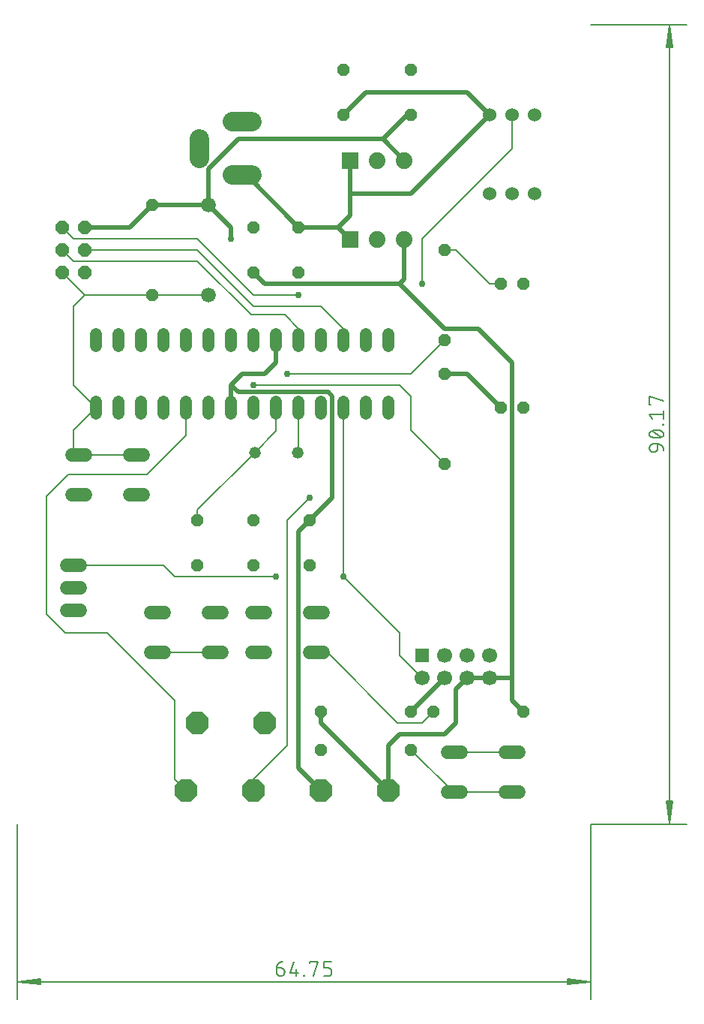
<source format=gbr>
G04 EAGLE Gerber RS-274X export*
G75*
%MOMM*%
%FSLAX34Y34*%
%LPD*%
%INTop Copper*%
%IPPOS*%
%AMOC8*
5,1,8,0,0,1.08239X$1,22.5*%
G01*
%ADD10C,0.130000*%
%ADD11C,0.152400*%
%ADD12C,1.700000*%
%ADD13R,1.600000X1.600000*%
%ADD14C,1.524000*%
%ADD15P,1.429621X8X112.500000*%
%ADD16P,1.429621X8X292.500000*%
%ADD17C,1.676400*%
%ADD18C,1.320800*%
%ADD19C,2.184400*%
%ADD20P,1.649562X8X292.500000*%
%ADD21P,1.429621X8X22.500000*%
%ADD22C,1.524000*%
%ADD23C,1.320800*%
%ADD24P,2.749271X8X22.500000*%
%ADD25R,1.890000X1.890000*%
%ADD26C,1.890000*%
%ADD27P,1.429621X8X202.500000*%
%ADD28C,0.203200*%
%ADD29C,0.756400*%
%ADD30C,0.508000*%


D10*
X-12700Y101600D02*
X-12700Y-95700D01*
X634800Y-95700D02*
X634800Y101600D01*
X634150Y-76200D02*
X-12050Y-76200D01*
X13300Y-73008D01*
X13300Y-79392D01*
X-12050Y-76200D01*
X13300Y-74900D01*
X13300Y-77500D02*
X-12050Y-76200D01*
X13300Y-73600D01*
X13300Y-78800D02*
X-12050Y-76200D01*
X608800Y-73008D02*
X634150Y-76200D01*
X608800Y-73008D02*
X608800Y-79392D01*
X634150Y-76200D01*
X608800Y-74900D01*
X608800Y-77500D02*
X634150Y-76200D01*
X608800Y-73600D01*
X608800Y-78800D02*
X634150Y-76200D01*
D11*
X285410Y-60662D02*
X279991Y-60662D01*
X285410Y-60662D02*
X285528Y-60664D01*
X285646Y-60670D01*
X285764Y-60679D01*
X285881Y-60693D01*
X285998Y-60710D01*
X286115Y-60731D01*
X286230Y-60756D01*
X286345Y-60785D01*
X286459Y-60818D01*
X286571Y-60854D01*
X286682Y-60894D01*
X286792Y-60937D01*
X286901Y-60984D01*
X287008Y-61034D01*
X287113Y-61089D01*
X287216Y-61146D01*
X287317Y-61207D01*
X287417Y-61271D01*
X287514Y-61338D01*
X287609Y-61408D01*
X287701Y-61482D01*
X287792Y-61558D01*
X287879Y-61638D01*
X287964Y-61720D01*
X288046Y-61805D01*
X288126Y-61892D01*
X288202Y-61983D01*
X288276Y-62075D01*
X288346Y-62170D01*
X288413Y-62267D01*
X288477Y-62367D01*
X288538Y-62468D01*
X288595Y-62571D01*
X288650Y-62676D01*
X288700Y-62783D01*
X288747Y-62892D01*
X288790Y-63002D01*
X288830Y-63113D01*
X288866Y-63225D01*
X288899Y-63339D01*
X288928Y-63454D01*
X288953Y-63569D01*
X288974Y-63686D01*
X288991Y-63803D01*
X289005Y-63920D01*
X289014Y-64038D01*
X289020Y-64156D01*
X289022Y-64274D01*
X289022Y-65177D01*
X289023Y-65177D02*
X289021Y-65310D01*
X289015Y-65442D01*
X289005Y-65574D01*
X288992Y-65706D01*
X288974Y-65838D01*
X288953Y-65968D01*
X288928Y-66099D01*
X288899Y-66228D01*
X288866Y-66356D01*
X288830Y-66484D01*
X288790Y-66610D01*
X288746Y-66735D01*
X288698Y-66859D01*
X288647Y-66981D01*
X288592Y-67102D01*
X288534Y-67221D01*
X288472Y-67339D01*
X288407Y-67454D01*
X288338Y-67568D01*
X288267Y-67679D01*
X288191Y-67788D01*
X288113Y-67895D01*
X288032Y-68000D01*
X287947Y-68102D01*
X287860Y-68202D01*
X287770Y-68299D01*
X287677Y-68394D01*
X287581Y-68485D01*
X287483Y-68574D01*
X287382Y-68660D01*
X287278Y-68743D01*
X287172Y-68823D01*
X287064Y-68899D01*
X286954Y-68973D01*
X286841Y-69043D01*
X286727Y-69110D01*
X286610Y-69173D01*
X286492Y-69233D01*
X286372Y-69290D01*
X286250Y-69343D01*
X286127Y-69392D01*
X286003Y-69438D01*
X285877Y-69480D01*
X285750Y-69518D01*
X285622Y-69553D01*
X285493Y-69584D01*
X285364Y-69611D01*
X285233Y-69634D01*
X285102Y-69654D01*
X284970Y-69669D01*
X284838Y-69681D01*
X284706Y-69689D01*
X284573Y-69693D01*
X284441Y-69693D01*
X284308Y-69689D01*
X284176Y-69681D01*
X284044Y-69669D01*
X283912Y-69654D01*
X283781Y-69634D01*
X283650Y-69611D01*
X283521Y-69584D01*
X283392Y-69553D01*
X283264Y-69518D01*
X283137Y-69480D01*
X283011Y-69438D01*
X282887Y-69392D01*
X282764Y-69343D01*
X282642Y-69290D01*
X282522Y-69233D01*
X282404Y-69173D01*
X282287Y-69110D01*
X282173Y-69043D01*
X282060Y-68973D01*
X281950Y-68899D01*
X281842Y-68823D01*
X281736Y-68743D01*
X281632Y-68660D01*
X281531Y-68574D01*
X281433Y-68485D01*
X281337Y-68394D01*
X281244Y-68299D01*
X281154Y-68202D01*
X281067Y-68102D01*
X280982Y-68000D01*
X280901Y-67895D01*
X280823Y-67788D01*
X280747Y-67679D01*
X280676Y-67568D01*
X280607Y-67454D01*
X280542Y-67339D01*
X280480Y-67221D01*
X280422Y-67102D01*
X280367Y-66981D01*
X280316Y-66859D01*
X280268Y-66735D01*
X280224Y-66610D01*
X280184Y-66484D01*
X280148Y-66356D01*
X280115Y-66228D01*
X280086Y-66099D01*
X280061Y-65968D01*
X280040Y-65838D01*
X280022Y-65706D01*
X280009Y-65574D01*
X279999Y-65442D01*
X279993Y-65310D01*
X279991Y-65177D01*
X279991Y-60662D01*
X279993Y-60485D01*
X280000Y-60307D01*
X280011Y-60130D01*
X280026Y-59954D01*
X280045Y-59778D01*
X280069Y-59602D01*
X280097Y-59427D01*
X280130Y-59252D01*
X280167Y-59079D01*
X280208Y-58906D01*
X280253Y-58735D01*
X280302Y-58565D01*
X280356Y-58396D01*
X280413Y-58228D01*
X280475Y-58062D01*
X280541Y-57897D01*
X280611Y-57734D01*
X280685Y-57573D01*
X280762Y-57414D01*
X280844Y-57256D01*
X280930Y-57101D01*
X281019Y-56948D01*
X281112Y-56797D01*
X281209Y-56648D01*
X281309Y-56502D01*
X281413Y-56358D01*
X281520Y-56217D01*
X281631Y-56079D01*
X281745Y-55943D01*
X281863Y-55810D01*
X281983Y-55680D01*
X282107Y-55553D01*
X282234Y-55429D01*
X282364Y-55309D01*
X282497Y-55191D01*
X282632Y-55077D01*
X282771Y-54966D01*
X282912Y-54859D01*
X283056Y-54755D01*
X283202Y-54655D01*
X283351Y-54558D01*
X283502Y-54465D01*
X283655Y-54376D01*
X283810Y-54290D01*
X283968Y-54208D01*
X284127Y-54131D01*
X284288Y-54057D01*
X284451Y-53987D01*
X284616Y-53921D01*
X284782Y-53859D01*
X284950Y-53802D01*
X285119Y-53748D01*
X285289Y-53699D01*
X285460Y-53654D01*
X285633Y-53613D01*
X285806Y-53576D01*
X285981Y-53543D01*
X286156Y-53515D01*
X286332Y-53491D01*
X286508Y-53472D01*
X286684Y-53457D01*
X286861Y-53446D01*
X287039Y-53439D01*
X287216Y-53437D01*
X299235Y-53437D02*
X295623Y-66081D01*
X304654Y-66081D01*
X301944Y-69693D02*
X301944Y-62468D01*
X310628Y-68790D02*
X310628Y-69693D01*
X310628Y-68790D02*
X311531Y-68790D01*
X311531Y-69693D01*
X310628Y-69693D01*
X317506Y-55243D02*
X317506Y-53437D01*
X326537Y-53437D01*
X322022Y-69693D01*
X333137Y-69693D02*
X338556Y-69693D01*
X338674Y-69691D01*
X338792Y-69685D01*
X338910Y-69676D01*
X339027Y-69662D01*
X339144Y-69645D01*
X339261Y-69624D01*
X339376Y-69599D01*
X339491Y-69570D01*
X339605Y-69537D01*
X339717Y-69501D01*
X339828Y-69461D01*
X339938Y-69418D01*
X340047Y-69371D01*
X340154Y-69321D01*
X340259Y-69266D01*
X340362Y-69209D01*
X340463Y-69148D01*
X340563Y-69084D01*
X340660Y-69017D01*
X340755Y-68947D01*
X340847Y-68873D01*
X340938Y-68797D01*
X341025Y-68717D01*
X341110Y-68635D01*
X341192Y-68550D01*
X341272Y-68463D01*
X341348Y-68372D01*
X341422Y-68280D01*
X341492Y-68185D01*
X341559Y-68088D01*
X341623Y-67988D01*
X341684Y-67887D01*
X341741Y-67784D01*
X341796Y-67679D01*
X341846Y-67572D01*
X341893Y-67463D01*
X341936Y-67353D01*
X341976Y-67242D01*
X342012Y-67130D01*
X342045Y-67016D01*
X342074Y-66901D01*
X342099Y-66786D01*
X342120Y-66669D01*
X342137Y-66552D01*
X342151Y-66435D01*
X342160Y-66317D01*
X342166Y-66199D01*
X342168Y-66081D01*
X342169Y-66081D02*
X342169Y-64274D01*
X342168Y-64274D02*
X342166Y-64156D01*
X342160Y-64038D01*
X342151Y-63920D01*
X342137Y-63803D01*
X342120Y-63686D01*
X342099Y-63569D01*
X342074Y-63454D01*
X342045Y-63339D01*
X342012Y-63225D01*
X341976Y-63113D01*
X341936Y-63002D01*
X341893Y-62892D01*
X341846Y-62783D01*
X341796Y-62676D01*
X341741Y-62571D01*
X341684Y-62468D01*
X341623Y-62367D01*
X341559Y-62267D01*
X341492Y-62170D01*
X341422Y-62075D01*
X341348Y-61983D01*
X341272Y-61892D01*
X341192Y-61805D01*
X341110Y-61720D01*
X341025Y-61638D01*
X340938Y-61558D01*
X340847Y-61482D01*
X340755Y-61408D01*
X340660Y-61338D01*
X340563Y-61271D01*
X340463Y-61207D01*
X340362Y-61146D01*
X340259Y-61089D01*
X340154Y-61034D01*
X340047Y-60984D01*
X339938Y-60937D01*
X339828Y-60894D01*
X339717Y-60854D01*
X339605Y-60818D01*
X339491Y-60785D01*
X339376Y-60756D01*
X339261Y-60731D01*
X339144Y-60710D01*
X339027Y-60693D01*
X338910Y-60679D01*
X338792Y-60670D01*
X338674Y-60664D01*
X338556Y-60662D01*
X333137Y-60662D01*
X333137Y-53437D01*
X342169Y-53437D01*
D10*
X634800Y101600D02*
X743200Y101576D01*
X743400Y1003276D02*
X635000Y1003300D01*
X723900Y1002630D02*
X723700Y102230D01*
X720513Y127581D01*
X726898Y127580D01*
X723700Y102230D01*
X722406Y127581D01*
X725006Y127580D02*
X723700Y102230D01*
X721106Y127581D01*
X726306Y127580D02*
X723700Y102230D01*
X720702Y977281D02*
X723900Y1002630D01*
X720702Y977281D02*
X727087Y977280D01*
X723900Y1002630D01*
X722594Y977281D01*
X725194Y977280D02*
X723900Y1002630D01*
X721294Y977281D01*
X726494Y977280D02*
X723900Y1002630D01*
D11*
X710061Y530404D02*
X710061Y524985D01*
X710059Y524867D01*
X710053Y524749D01*
X710044Y524631D01*
X710030Y524514D01*
X710013Y524397D01*
X709992Y524280D01*
X709967Y524165D01*
X709938Y524050D01*
X709905Y523936D01*
X709869Y523824D01*
X709829Y523713D01*
X709786Y523603D01*
X709739Y523494D01*
X709689Y523387D01*
X709634Y523282D01*
X709577Y523179D01*
X709516Y523078D01*
X709452Y522978D01*
X709385Y522881D01*
X709315Y522786D01*
X709241Y522694D01*
X709165Y522603D01*
X709085Y522516D01*
X709003Y522431D01*
X708918Y522349D01*
X708831Y522269D01*
X708740Y522193D01*
X708648Y522119D01*
X708553Y522049D01*
X708456Y521982D01*
X708356Y521918D01*
X708255Y521857D01*
X708152Y521800D01*
X708047Y521745D01*
X707940Y521695D01*
X707831Y521648D01*
X707721Y521605D01*
X707610Y521565D01*
X707498Y521529D01*
X707384Y521496D01*
X707269Y521467D01*
X707154Y521442D01*
X707037Y521421D01*
X706920Y521404D01*
X706803Y521390D01*
X706685Y521381D01*
X706567Y521375D01*
X706449Y521373D01*
X705546Y521373D01*
X705546Y521372D02*
X705413Y521374D01*
X705281Y521380D01*
X705149Y521390D01*
X705017Y521403D01*
X704885Y521421D01*
X704755Y521442D01*
X704624Y521467D01*
X704495Y521496D01*
X704367Y521529D01*
X704239Y521565D01*
X704113Y521605D01*
X703988Y521649D01*
X703864Y521697D01*
X703742Y521748D01*
X703621Y521803D01*
X703502Y521861D01*
X703384Y521923D01*
X703269Y521988D01*
X703155Y522057D01*
X703044Y522128D01*
X702935Y522204D01*
X702828Y522282D01*
X702723Y522363D01*
X702621Y522448D01*
X702521Y522535D01*
X702424Y522625D01*
X702329Y522718D01*
X702238Y522814D01*
X702149Y522912D01*
X702063Y523013D01*
X701980Y523117D01*
X701900Y523223D01*
X701824Y523331D01*
X701750Y523441D01*
X701680Y523554D01*
X701613Y523668D01*
X701550Y523785D01*
X701490Y523903D01*
X701433Y524023D01*
X701380Y524145D01*
X701331Y524268D01*
X701285Y524392D01*
X701243Y524518D01*
X701205Y524645D01*
X701170Y524773D01*
X701139Y524902D01*
X701112Y525031D01*
X701089Y525162D01*
X701069Y525293D01*
X701054Y525425D01*
X701042Y525557D01*
X701034Y525689D01*
X701030Y525822D01*
X701030Y525954D01*
X701034Y526087D01*
X701042Y526219D01*
X701054Y526351D01*
X701069Y526483D01*
X701089Y526614D01*
X701112Y526745D01*
X701139Y526874D01*
X701170Y527003D01*
X701205Y527131D01*
X701243Y527258D01*
X701285Y527384D01*
X701331Y527508D01*
X701380Y527631D01*
X701433Y527753D01*
X701490Y527873D01*
X701550Y527991D01*
X701613Y528108D01*
X701680Y528222D01*
X701750Y528335D01*
X701824Y528445D01*
X701900Y528553D01*
X701980Y528659D01*
X702063Y528763D01*
X702149Y528864D01*
X702238Y528962D01*
X702329Y529058D01*
X702424Y529151D01*
X702521Y529241D01*
X702621Y529328D01*
X702723Y529413D01*
X702828Y529494D01*
X702935Y529572D01*
X703044Y529648D01*
X703155Y529719D01*
X703269Y529788D01*
X703384Y529853D01*
X703502Y529915D01*
X703621Y529973D01*
X703742Y530028D01*
X703864Y530079D01*
X703988Y530127D01*
X704113Y530171D01*
X704239Y530211D01*
X704367Y530247D01*
X704495Y530280D01*
X704624Y530309D01*
X704755Y530334D01*
X704885Y530355D01*
X705017Y530373D01*
X705149Y530386D01*
X705281Y530396D01*
X705413Y530402D01*
X705546Y530404D01*
X710061Y530404D01*
X710236Y530402D01*
X710410Y530396D01*
X710584Y530385D01*
X710758Y530370D01*
X710932Y530351D01*
X711105Y530328D01*
X711277Y530301D01*
X711449Y530269D01*
X711620Y530234D01*
X711790Y530194D01*
X711959Y530150D01*
X712127Y530102D01*
X712294Y530050D01*
X712459Y529994D01*
X712623Y529934D01*
X712786Y529871D01*
X712946Y529803D01*
X713106Y529731D01*
X713263Y529656D01*
X713419Y529576D01*
X713572Y529493D01*
X713724Y529407D01*
X713873Y529316D01*
X714020Y529222D01*
X714165Y529125D01*
X714308Y529024D01*
X714448Y528920D01*
X714585Y528812D01*
X714720Y528701D01*
X714852Y528587D01*
X714981Y528470D01*
X715108Y528349D01*
X715231Y528226D01*
X715352Y528099D01*
X715469Y527970D01*
X715583Y527838D01*
X715694Y527703D01*
X715802Y527566D01*
X715906Y527426D01*
X716007Y527283D01*
X716104Y527138D01*
X716198Y526991D01*
X716289Y526842D01*
X716375Y526690D01*
X716458Y526537D01*
X716538Y526381D01*
X716613Y526224D01*
X716685Y526064D01*
X716753Y525904D01*
X716816Y525741D01*
X716876Y525577D01*
X716932Y525412D01*
X716984Y525245D01*
X717032Y525077D01*
X717076Y524908D01*
X717116Y524738D01*
X717151Y524567D01*
X717183Y524395D01*
X717210Y524223D01*
X717233Y524050D01*
X717252Y523876D01*
X717267Y523702D01*
X717278Y523528D01*
X717284Y523354D01*
X717286Y523179D01*
X709158Y537004D02*
X708838Y537008D01*
X708519Y537019D01*
X708199Y537038D01*
X707881Y537065D01*
X707563Y537099D01*
X707246Y537141D01*
X706930Y537191D01*
X706615Y537248D01*
X706302Y537312D01*
X705990Y537384D01*
X705680Y537463D01*
X705373Y537550D01*
X705067Y537644D01*
X704764Y537745D01*
X704463Y537854D01*
X704165Y537969D01*
X703869Y538092D01*
X703577Y538222D01*
X703288Y538359D01*
X703287Y538360D02*
X703179Y538399D01*
X703072Y538442D01*
X702967Y538488D01*
X702864Y538538D01*
X702762Y538592D01*
X702662Y538649D01*
X702564Y538710D01*
X702468Y538774D01*
X702375Y538841D01*
X702284Y538911D01*
X702195Y538985D01*
X702109Y539061D01*
X702026Y539141D01*
X701945Y539223D01*
X701867Y539308D01*
X701793Y539395D01*
X701721Y539486D01*
X701652Y539578D01*
X701587Y539673D01*
X701525Y539770D01*
X701466Y539869D01*
X701411Y539970D01*
X701360Y540073D01*
X701312Y540178D01*
X701267Y540284D01*
X701226Y540391D01*
X701189Y540500D01*
X701156Y540611D01*
X701127Y540722D01*
X701101Y540834D01*
X701079Y540947D01*
X701062Y541061D01*
X701048Y541175D01*
X701038Y541290D01*
X701032Y541405D01*
X701030Y541520D01*
X701029Y541520D02*
X701031Y541635D01*
X701037Y541750D01*
X701047Y541865D01*
X701061Y541979D01*
X701078Y542093D01*
X701100Y542206D01*
X701126Y542318D01*
X701155Y542430D01*
X701188Y542540D01*
X701225Y542649D01*
X701266Y542757D01*
X701311Y542863D01*
X701359Y542968D01*
X701410Y543070D01*
X701466Y543172D01*
X701524Y543271D01*
X701586Y543368D01*
X701652Y543463D01*
X701720Y543555D01*
X701792Y543645D01*
X701866Y543733D01*
X701944Y543818D01*
X702025Y543900D01*
X702108Y543979D01*
X702194Y544056D01*
X702283Y544129D01*
X702374Y544200D01*
X702468Y544267D01*
X702563Y544331D01*
X702661Y544392D01*
X702761Y544449D01*
X702863Y544502D01*
X702967Y544553D01*
X703072Y544599D01*
X703179Y544642D01*
X703287Y544681D01*
X703288Y544680D02*
X703577Y544817D01*
X703869Y544947D01*
X704165Y545070D01*
X704463Y545185D01*
X704764Y545294D01*
X705067Y545395D01*
X705373Y545489D01*
X705680Y545576D01*
X705990Y545655D01*
X706302Y545727D01*
X706615Y545791D01*
X706930Y545848D01*
X707246Y545898D01*
X707563Y545940D01*
X707881Y545974D01*
X708199Y546001D01*
X708519Y546020D01*
X708838Y546031D01*
X709158Y546035D01*
X709158Y537004D02*
X709478Y537008D01*
X709797Y537019D01*
X710117Y537038D01*
X710435Y537065D01*
X710753Y537099D01*
X711070Y537141D01*
X711386Y537191D01*
X711701Y537248D01*
X712014Y537312D01*
X712326Y537384D01*
X712636Y537463D01*
X712943Y537550D01*
X713249Y537644D01*
X713552Y537745D01*
X713853Y537854D01*
X714151Y537969D01*
X714447Y538092D01*
X714739Y538222D01*
X715028Y538359D01*
X715136Y538398D01*
X715243Y538441D01*
X715348Y538487D01*
X715452Y538538D01*
X715554Y538591D01*
X715654Y538648D01*
X715752Y538709D01*
X715847Y538773D01*
X715941Y538840D01*
X716032Y538911D01*
X716121Y538984D01*
X716207Y539061D01*
X716290Y539140D01*
X716371Y539222D01*
X716449Y539307D01*
X716523Y539395D01*
X716595Y539485D01*
X716664Y539578D01*
X716729Y539672D01*
X716791Y539769D01*
X716849Y539869D01*
X716905Y539970D01*
X716956Y540072D01*
X717004Y540177D01*
X717049Y540283D01*
X717090Y540391D01*
X717127Y540500D01*
X717160Y540610D01*
X717189Y540722D01*
X717215Y540834D01*
X717237Y540947D01*
X717254Y541061D01*
X717268Y541175D01*
X717278Y541290D01*
X717284Y541405D01*
X717286Y541520D01*
X715028Y544680D02*
X714739Y544817D01*
X714447Y544947D01*
X714151Y545070D01*
X713853Y545185D01*
X713552Y545294D01*
X713249Y545395D01*
X712943Y545489D01*
X712636Y545576D01*
X712326Y545655D01*
X712014Y545727D01*
X711701Y545791D01*
X711386Y545848D01*
X711070Y545898D01*
X710753Y545940D01*
X710435Y545974D01*
X710117Y546001D01*
X709797Y546020D01*
X709478Y546031D01*
X709158Y546035D01*
X715028Y544681D02*
X715136Y544642D01*
X715243Y544599D01*
X715348Y544553D01*
X715452Y544502D01*
X715554Y544449D01*
X715654Y544392D01*
X715752Y544331D01*
X715847Y544267D01*
X715941Y544200D01*
X716032Y544129D01*
X716121Y544056D01*
X716207Y543979D01*
X716290Y543900D01*
X716371Y543818D01*
X716449Y543733D01*
X716523Y543645D01*
X716595Y543555D01*
X716664Y543462D01*
X716729Y543368D01*
X716791Y543271D01*
X716849Y543171D01*
X716905Y543070D01*
X716956Y542967D01*
X717004Y542863D01*
X717049Y542757D01*
X717090Y542649D01*
X717127Y542540D01*
X717160Y542430D01*
X717189Y542318D01*
X717215Y542206D01*
X717237Y542093D01*
X717254Y541979D01*
X717268Y541865D01*
X717278Y541750D01*
X717284Y541635D01*
X717286Y541520D01*
X713674Y537907D02*
X704642Y545132D01*
X716383Y552010D02*
X717286Y552010D01*
X716383Y552010D02*
X716383Y552913D01*
X717286Y552913D01*
X717286Y552010D01*
X704642Y558888D02*
X701030Y563403D01*
X717286Y563403D01*
X717286Y558888D02*
X717286Y567919D01*
X702836Y574519D02*
X701030Y574519D01*
X701030Y583550D01*
X717286Y579035D01*
D12*
X444500Y266700D03*
X469900Y266700D03*
X495300Y266700D03*
X520700Y266700D03*
D13*
X444500Y292100D03*
D12*
X469900Y292100D03*
X495300Y292100D03*
X520700Y292100D03*
D14*
X64008Y517906D02*
X48768Y517906D01*
X48768Y472694D02*
X64008Y472694D01*
X113792Y517906D02*
X129032Y517906D01*
X129032Y472694D02*
X113792Y472694D01*
D15*
X254000Y393700D03*
X254000Y444500D03*
D16*
X190500Y444500D03*
X190500Y393700D03*
X317500Y444500D03*
X317500Y393700D03*
D17*
X203200Y698500D03*
X203200Y800100D03*
D14*
X152908Y340106D02*
X137668Y340106D01*
X137668Y294894D02*
X152908Y294894D01*
X202692Y340106D02*
X217932Y340106D01*
X217932Y294894D02*
X202692Y294894D01*
X251968Y340106D02*
X267208Y340106D01*
X267208Y294894D02*
X251968Y294894D01*
X316992Y340106D02*
X332232Y340106D01*
X332232Y294894D02*
X316992Y294894D01*
D18*
X76200Y564896D02*
X76200Y578104D01*
X101600Y578104D02*
X101600Y564896D01*
X127000Y564896D02*
X127000Y578104D01*
X152400Y578104D02*
X152400Y564896D01*
X177800Y564896D02*
X177800Y578104D01*
X203200Y578104D02*
X203200Y564896D01*
X228600Y564896D02*
X228600Y578104D01*
X254000Y578104D02*
X254000Y564896D01*
X279400Y564896D02*
X279400Y578104D01*
X304800Y578104D02*
X304800Y564896D01*
X330200Y564896D02*
X330200Y578104D01*
X355600Y578104D02*
X355600Y564896D01*
X381000Y564896D02*
X381000Y578104D01*
X406400Y578104D02*
X406400Y564896D01*
X406400Y641096D02*
X406400Y654304D01*
X381000Y654304D02*
X381000Y641096D01*
X355600Y641096D02*
X355600Y654304D01*
X330200Y654304D02*
X330200Y641096D01*
X304800Y641096D02*
X304800Y654304D01*
X279400Y654304D02*
X279400Y641096D01*
X254000Y641096D02*
X254000Y654304D01*
X228600Y654304D02*
X228600Y641096D01*
X203200Y641096D02*
X203200Y654304D01*
X177800Y654304D02*
X177800Y641096D01*
X152400Y641096D02*
X152400Y654304D01*
X127000Y654304D02*
X127000Y641096D01*
X101600Y641096D02*
X101600Y654304D01*
X76200Y654304D02*
X76200Y641096D01*
D19*
X193300Y852678D02*
X193300Y874522D01*
X230378Y893600D02*
X252222Y893600D01*
X252222Y833600D02*
X230378Y833600D01*
D20*
X38100Y774700D03*
X63500Y774700D03*
X38100Y749300D03*
X63500Y749300D03*
X38100Y723900D03*
X63500Y723900D03*
D21*
X533400Y711200D03*
X558800Y711200D03*
X533400Y571500D03*
X558800Y571500D03*
D22*
X571500Y901700D03*
X546100Y901700D03*
X520700Y901700D03*
X571500Y812800D03*
X546100Y812800D03*
X520700Y812800D03*
D23*
X303530Y520700D03*
X255270Y520700D03*
D21*
X457200Y228600D03*
X558800Y228600D03*
D15*
X139700Y698500D03*
X139700Y800100D03*
D16*
X469900Y749300D03*
X469900Y647700D03*
X469900Y609600D03*
X469900Y508000D03*
D24*
X177800Y139700D03*
X254000Y139700D03*
X330200Y139700D03*
X406400Y139700D03*
D25*
X363300Y761050D03*
D26*
X393700Y761050D03*
X424100Y761050D03*
D25*
X363300Y849950D03*
D26*
X393700Y849950D03*
X424100Y849950D03*
D15*
X355600Y901700D03*
X355600Y952500D03*
X431800Y901700D03*
X431800Y952500D03*
D27*
X304800Y774700D03*
X254000Y774700D03*
D21*
X254000Y723900D03*
X304800Y723900D03*
D27*
X431800Y228600D03*
X330200Y228600D03*
D24*
X190500Y215900D03*
X266700Y215900D03*
D14*
X58420Y342900D02*
X43180Y342900D01*
X43180Y368300D02*
X58420Y368300D01*
X58420Y393700D02*
X43180Y393700D01*
X537972Y137414D02*
X553212Y137414D01*
X553212Y182626D02*
X537972Y182626D01*
X488188Y137414D02*
X472948Y137414D01*
X472948Y182626D02*
X488188Y182626D01*
D21*
X330200Y185420D03*
X431800Y185420D03*
D28*
X304800Y521970D02*
X304800Y571500D01*
X304800Y521970D02*
X303530Y520700D01*
X210312Y294894D02*
X145288Y294894D01*
X152400Y393700D02*
X50800Y393700D01*
X152400Y393700D02*
X165100Y381000D01*
X279400Y381000D01*
D29*
X279400Y381000D03*
X355600Y381000D03*
D28*
X355600Y571500D01*
X355600Y381000D02*
X419100Y317500D01*
X419100Y292100D01*
X444500Y266700D01*
D30*
X203200Y840315D02*
X236871Y873986D01*
X203200Y840315D02*
X203200Y800100D01*
X139700Y800100D01*
X114300Y774700D01*
X63500Y774700D01*
X279400Y647700D02*
X279400Y622300D01*
X266700Y609600D01*
X241300Y609600D01*
X228600Y596900D01*
X228600Y571500D01*
X228600Y762000D02*
X228600Y774700D01*
D29*
X228600Y762000D03*
D30*
X228600Y774700D02*
X203200Y800100D01*
X228600Y596900D02*
X236728Y588772D01*
X338328Y588772D02*
X342900Y584200D01*
X342900Y469900D01*
X317500Y444500D01*
X338328Y588772D02*
X236728Y588772D01*
X317500Y444500D02*
X304800Y431800D01*
X304800Y165100D01*
X330200Y139700D01*
X424100Y849950D02*
X400064Y873986D01*
X236871Y873986D01*
X400064Y873986D02*
X427778Y901700D01*
X431800Y901700D01*
X424100Y761050D02*
X424100Y716200D01*
X419100Y711200D01*
X266700Y711200D01*
X254000Y723900D01*
X495300Y266700D02*
X520700Y266700D01*
X508000Y660400D02*
X469900Y660400D01*
X508000Y660400D02*
X546100Y622300D01*
X546100Y241300D02*
X558800Y228600D01*
X469900Y660400D02*
X419100Y711200D01*
X546100Y622300D02*
X546100Y266700D01*
X546100Y241300D01*
X546100Y266700D02*
X520700Y266700D01*
X406400Y139700D02*
X330200Y215900D01*
X330200Y228600D01*
X482600Y254000D02*
X495300Y266700D01*
X482600Y254000D02*
X482600Y215900D01*
X469900Y203200D01*
X419100Y203200D01*
X406400Y190500D01*
X406400Y139700D01*
D28*
X255270Y520700D02*
X279400Y544830D01*
X279400Y571500D01*
X255270Y520700D02*
X190500Y455930D01*
X190500Y444500D01*
X63500Y698500D02*
X38100Y723900D01*
X63500Y698500D02*
X139700Y698500D01*
X203200Y698500D01*
X63500Y698500D02*
X50800Y685800D01*
X50800Y596900D01*
X76200Y571500D01*
X50800Y546100D01*
X50800Y523494D01*
X56388Y517906D01*
X121412Y517906D01*
X304800Y647700D02*
X304800Y660400D01*
X289052Y676148D01*
X250952Y676148D02*
X190500Y736600D01*
X50800Y736600D01*
X38100Y749300D01*
X250952Y676148D02*
X289052Y676148D01*
X190500Y749300D02*
X63500Y749300D01*
X190500Y749300D02*
X254000Y685800D01*
X330200Y685800D01*
X355600Y660400D02*
X355600Y647700D01*
X355600Y660400D02*
X330200Y685800D01*
X50800Y762000D02*
X38100Y774700D01*
X50800Y762000D02*
X190268Y762000D01*
X237512Y714756D01*
X237744Y714756D01*
X254000Y698500D01*
X304800Y698500D01*
D29*
X304800Y698500D03*
D30*
X245900Y833600D02*
X241300Y833600D01*
X245900Y833600D02*
X304800Y774700D01*
X349650Y774700D01*
X363300Y761050D01*
X349650Y774700D02*
X363300Y788350D01*
X363300Y812800D01*
X363300Y849950D01*
X431800Y812800D02*
X520700Y901700D01*
X431800Y812800D02*
X363300Y812800D01*
X495300Y927100D02*
X520700Y901700D01*
X495300Y927100D02*
X381000Y927100D01*
X355600Y901700D01*
D28*
X546100Y901700D02*
X546100Y863600D01*
X444500Y762000D01*
X444500Y711200D01*
D29*
X444500Y711200D03*
D28*
X44560Y495554D02*
X20320Y471314D01*
X20320Y338692D02*
X41766Y317246D01*
X177800Y539606D02*
X177800Y571500D01*
X177800Y539606D02*
X133748Y495554D01*
X44560Y495554D01*
X20320Y471314D02*
X20320Y338692D01*
X41766Y317246D02*
X89154Y317246D01*
X165100Y241300D01*
X431800Y609600D02*
X469900Y647700D01*
X431800Y609600D02*
X292100Y609600D01*
D29*
X292100Y609600D03*
D28*
X165100Y152400D02*
X177800Y139700D01*
X165100Y152400D02*
X165100Y241300D01*
X469900Y508000D02*
X431800Y546100D01*
X431800Y584200D01*
X419100Y596900D01*
X254000Y596900D01*
D29*
X254000Y596900D03*
D28*
X254000Y152400D02*
X254000Y139700D01*
X254000Y152400D02*
X292100Y190500D01*
X292100Y444500D01*
X317500Y469900D01*
D29*
X317500Y469900D03*
D28*
X520700Y711200D02*
X533400Y711200D01*
X520700Y711200D02*
X482600Y749300D01*
X469900Y749300D01*
D30*
X469900Y609600D02*
X495300Y609600D01*
X533400Y571500D01*
X469900Y266700D02*
X431800Y228600D01*
D28*
X416306Y215900D02*
X337312Y294894D01*
X324612Y294894D01*
X416306Y215900D02*
X444500Y215900D01*
X457200Y228600D01*
X480568Y182626D02*
X545592Y182626D01*
X479806Y137414D02*
X431800Y185420D01*
X479806Y137414D02*
X480568Y137414D01*
X545592Y137414D01*
M02*

</source>
